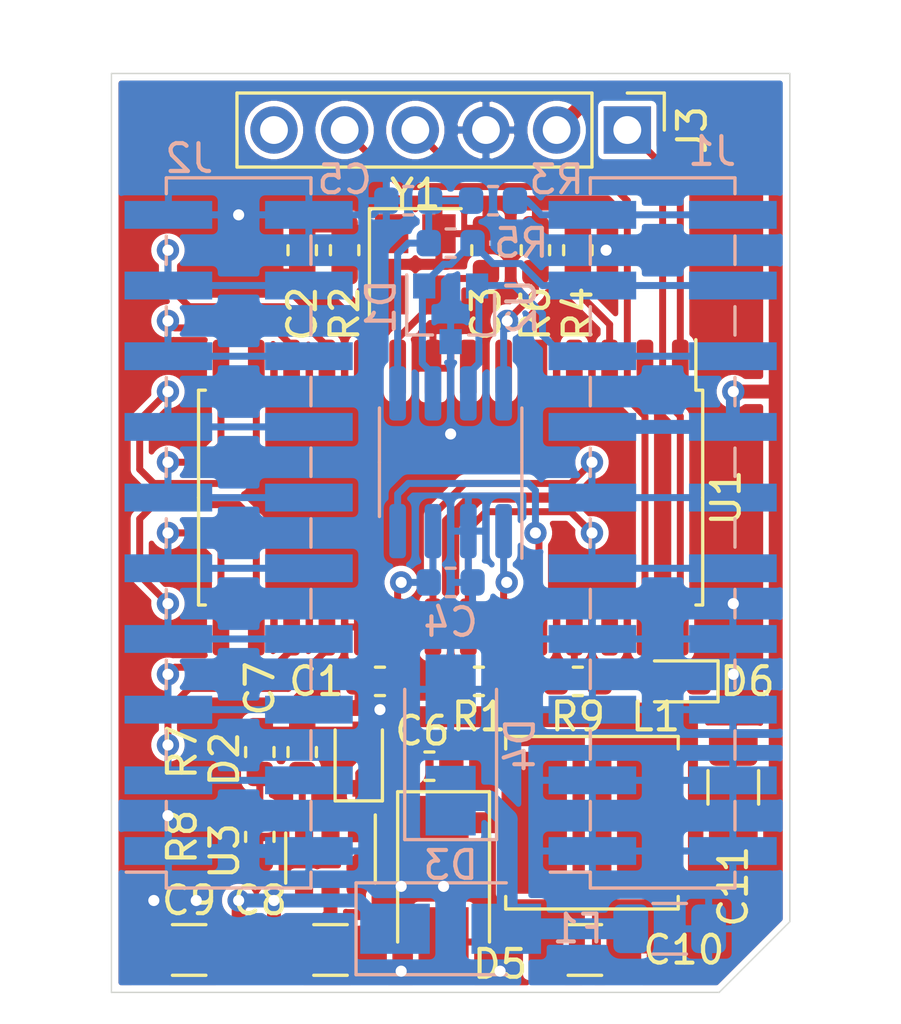
<source format=kicad_pcb>
(kicad_pcb (version 20171130) (host pcbnew "(5.1.5)-3")
  (layers (0 F.Cu signal) (1 In1.Cu power) (2 In2.Cu power) (31 B.Cu signal) (34 B.Paste user) (35 F.Paste user) (36 B.SilkS user) (37 F.SilkS user) (38 B.Mask user) (39 F.Mask user) (44 Edge.Cuts user))
  (net 0 "")
  (net 1 +5V)
  (net 2 GND)
  (net 3 "Net-(C2-Pad1)")
  (net 4 "Net-(C3-Pad1)")
  (net 5 "Net-(C5-Pad1)")
  (net 6 "Net-(C6-Pad2)")
  (net 7 "Net-(C6-Pad1)")
  (net 8 "Net-(C7-Pad2)")
  (net 9 "Net-(C8-Pad1)")
  (net 10 /CANH)
  (net 11 /CANL)
  (net 12 "Net-(D3-Pad2)")
  (net 13 +12V)
  (net 14 /CANH_TERM)
  (net 15 /UARTRX)
  (net 16 /UARTTX)
  (net 17 /C0)
  (net 18 /C1)
  (net 19 /C2)
  (net 20 /C3)
  (net 21 /C4)
  (net 22 /C5)
  (net 23 /C6)
  (net 24 /C7)
  (net 25 /~MCLR)
  (net 26 /ICSPDAT)
  (net 27 /ICSPCLK)
  (net 28 "Net-(J3-Pad6)")
  (net 29 /CANRX)
  (net 30 "Net-(R2-Pad2)")
  (net 31 "Net-(R4-Pad2)")
  (net 32 /CANSTB)
  (net 33 "Net-(U1-Pad2)")
  (net 34 "Net-(U1-Pad4)")
  (net 35 "Net-(U1-Pad5)")
  (net 36 "Net-(U1-Pad6)")
  (net 37 "Net-(U1-Pad7)")
  (net 38 /CANTX)
  (net 39 "Net-(U1-Pad26)")
  (net 40 "Net-(U3-Pad4)")
  (net 41 "Net-(D6-Pad2)")
  (net 42 /LED)
  (module Resistor_SMD:R_0603_1608Metric (layer F.Cu) (at 37.592 81.28)
    (fp_text reference R9 (at 0 1.27) (layer F.SilkS))
    (fp_text value 300)
    (pad 2 smd roundrect (at 0.7875 0) (size 0.875 0.95) (layers F.Cu F.Paste F.Mask) (net 41 "Net-(D6-Pad2)"))
    (pad 1 smd roundrect (at -0.7875 0) (size 0.875 0.95) (layers F.Cu F.Paste F.Mask) (net 42 /LED))
  )
  (module LED_SMD:LED_0603_1608Metric (layer F.Cu) (at 41.148 81.28 180)
    (fp_text reference D6 (at -2.54 0) (layer F.SilkS))
    (fp_text value LED)
    (pad 2 smd roundrect (at 0.7875 0 180) (size 0.875 0.95) (layers F.Cu F.Paste F.Mask) (net 41 "Net-(D6-Pad2)"))
    (pad 1 smd roundrect (at -0.7875 0 180) (size 0.875 0.95) (layers F.Cu F.Paste F.Mask) (net 2 GND))
  )
  (module Capacitor_SMD:C_0603_1608Metric (layer F.Cu) (at 30.48 81.28 180)
    (fp_text reference C1 (at 2.286 0) (layer F.SilkS))
    (fp_text value 0.1u)
    (pad 1 smd roundrect (at -0.7875 0 180) (size 0.875 0.95) (layers F.Cu F.Paste F.Mask) (net 1 +5V))
    (pad 2 smd roundrect (at 0.7875 0 180) (size 0.875 0.95) (layers F.Cu F.Paste F.Mask) (net 2 GND))
  )
  (module Capacitor_SMD:C_0603_1608Metric (layer F.Cu) (at 27.686 65.786 270)
    (fp_text reference C2 (at 2.286 0 90) (layer F.SilkS))
    (fp_text value 20p)
    (pad 2 smd roundrect (at 0.7875 0 270) (size 0.875 0.95) (layers F.Cu F.Paste F.Mask) (net 2 GND))
    (pad 1 smd roundrect (at -0.7875 0 270) (size 0.875 0.95) (layers F.Cu F.Paste F.Mask) (net 3 "Net-(C2-Pad1)"))
  )
  (module Capacitor_SMD:C_0603_1608Metric (layer F.Cu) (at 34.29 65.786 90)
    (fp_text reference C3 (at -2.286 0 90) (layer F.SilkS))
    (fp_text value 20p)
    (pad 1 smd roundrect (at -0.7875 0 90) (size 0.875 0.95) (layers F.Cu F.Paste F.Mask) (net 4 "Net-(C3-Pad1)"))
    (pad 2 smd roundrect (at 0.7875 0 90) (size 0.875 0.95) (layers F.Cu F.Paste F.Mask) (net 2 GND))
  )
  (module Capacitor_SMD:C_0603_1608Metric (layer B.Cu) (at 33.02 77.724)
    (fp_text reference C4 (at 0 1.43) (layer B.SilkS) (effects (justify mirror)))
    (fp_text value 0.1u)
    (pad 1 smd roundrect (at -0.7875 0) (size 0.875 0.95) (layers B.Cu B.Paste B.Mask) (net 1 +5V))
    (pad 2 smd roundrect (at 0.7875 0) (size 0.875 0.95) (layers B.Cu B.Paste B.Mask) (net 2 GND))
  )
  (module Capacitor_SMD:C_0603_1608Metric (layer B.Cu) (at 31.496 64.008 180)
    (fp_text reference C5 (at 2.286 0.762) (layer B.SilkS) (effects (justify mirror)))
    (fp_text value 0.1u)
    (pad 2 smd roundrect (at 0.7875 0 180) (size 0.875 0.95) (layers B.Cu B.Paste B.Mask) (net 2 GND))
    (pad 1 smd roundrect (at -0.7875 0 180) (size 0.875 0.95) (layers B.Cu B.Paste B.Mask) (net 5 "Net-(C5-Pad1)"))
  )
  (module Capacitor_SMD:C_0603_1608Metric (layer F.Cu) (at 32.258 84.328)
    (fp_text reference C6 (at -0.254 -1.27) (layer F.SilkS))
    (fp_text value 0.1u)
    (pad 2 smd roundrect (at 0.7875 0) (size 0.875 0.95) (layers F.Cu F.Paste F.Mask) (net 6 "Net-(C6-Pad2)"))
    (pad 1 smd roundrect (at -0.7875 0) (size 0.875 0.95) (layers F.Cu F.Paste F.Mask) (net 7 "Net-(C6-Pad1)"))
  )
  (module Capacitor_SMD:C_0603_1608Metric (layer F.Cu) (at 26.162 83.82 270)
    (fp_text reference C7 (at -2.286 0 90) (layer F.SilkS))
    (fp_text value 20p)
    (pad 1 smd roundrect (at -0.7875 0 270) (size 0.875 0.95) (layers F.Cu F.Paste F.Mask) (net 1 +5V))
    (pad 2 smd roundrect (at 0.7875 0 270) (size 0.875 0.95) (layers F.Cu F.Paste F.Mask) (net 8 "Net-(C7-Pad2)"))
  )
  (module Capacitor_SMD:C_1206_3216Metric (layer F.Cu) (at 28.702 90.932)
    (fp_text reference C8 (at -2.54 -1.778) (layer F.SilkS))
    (fp_text value 10u)
    (pad 2 smd roundrect (at 1.4 0) (size 1.25 1.75) (layers F.Cu F.Paste F.Mask) (roundrect_rratio 0.2) (net 2 GND))
    (pad 1 smd roundrect (at -1.4 0) (size 1.25 1.75) (layers F.Cu F.Paste F.Mask) (roundrect_rratio 0.2) (net 9 "Net-(C8-Pad1)"))
  )
  (module Capacitor_SMD:C_1206_3216Metric (layer F.Cu) (at 23.622 90.932 180)
    (fp_text reference C9 (at 0 1.778) (layer F.SilkS))
    (fp_text value 10u)
    (pad 1 smd roundrect (at -1.4 0 180) (size 1.25 1.75) (layers F.Cu F.Paste F.Mask) (roundrect_rratio 0.2) (net 9 "Net-(C8-Pad1)"))
    (pad 2 smd roundrect (at 1.4 0 180) (size 1.25 1.75) (layers F.Cu F.Paste F.Mask) (roundrect_rratio 0.2) (net 2 GND))
  )
  (module Capacitor_SMD:C_1206_3216Metric (layer F.Cu) (at 37.846 90.932 180)
    (fp_text reference C10 (at -3.556 0) (layer F.SilkS))
    (fp_text value 10u)
    (pad 2 smd roundrect (at 1.4 0 180) (size 1.25 1.75) (layers F.Cu F.Paste F.Mask) (roundrect_rratio 0.2) (net 2 GND))
    (pad 1 smd roundrect (at -1.4 0 180) (size 1.25 1.75) (layers F.Cu F.Paste F.Mask) (roundrect_rratio 0.2) (net 1 +5V))
  )
  (module Capacitor_SMD:C_1206_3216Metric (layer F.Cu) (at 43.18 85.09 90)
    (fp_text reference C11 (at -3.556 0 90) (layer F.SilkS))
    (fp_text value 10u)
    (pad 1 smd roundrect (at -1.4 0 90) (size 1.25 1.75) (layers F.Cu F.Paste F.Mask) (roundrect_rratio 0.2) (net 1 +5V))
    (pad 2 smd roundrect (at 1.4 0 90) (size 1.25 1.75) (layers F.Cu F.Paste F.Mask) (roundrect_rratio 0.2) (net 2 GND))
  )
  (module Diode_SMD:D_SOD-323 (layer F.Cu) (at 29.718 84.074 90)
    (fp_text reference D2 (at 0 -4.826 90) (layer F.SilkS))
    (fp_text value 1N4148WS)
    (pad 1 smd rect (at -1.05 0 90) (size 0.6 0.45) (layers F.Cu F.Paste F.Mask) (net 7 "Net-(C6-Pad1)"))
    (pad 2 smd rect (at 1.05 0 90) (size 0.6 0.45) (layers F.Cu F.Paste F.Mask) (net 1 +5V))
  )
  (module Diode_SMD:D_SMA (layer B.Cu) (at 33.02 90.17)
    (fp_text reference D3 (at 0 -2.286) (layer B.SilkS) (effects (justify mirror)))
    (fp_text value D_Schottky)
    (pad 2 smd rect (at 2 0) (size 2.5 1.8) (layers B.Cu B.Paste B.Mask) (net 12 "Net-(D3-Pad2)"))
    (pad 1 smd rect (at -2 0) (size 2.5 1.8) (layers B.Cu B.Paste B.Mask) (net 9 "Net-(C8-Pad1)"))
  )
  (module Diode_SMD:D_SMA (layer B.Cu) (at 33.02 83.566 90)
    (fp_text reference D4 (at 0 2.5 90) (layer B.SilkS) (effects (justify mirror)))
    (fp_text value D_Zener)
    (pad 1 smd rect (at -2 0 90) (size 2.5 1.8) (layers B.Cu B.Paste B.Mask) (net 12 "Net-(D3-Pad2)"))
    (pad 2 smd rect (at 2 0 90) (size 2.5 1.8) (layers B.Cu B.Paste B.Mask) (net 2 GND))
  )
  (module Diode_SMD:D_SMA (layer F.Cu) (at 32.766 88.646 270)
    (fp_text reference D5 (at 2.794 -2.032 180) (layer F.SilkS))
    (fp_text value D_Schottky)
    (pad 1 smd rect (at -2 0 270) (size 2.5 1.8) (layers F.Cu F.Paste F.Mask) (net 6 "Net-(C6-Pad2)"))
    (pad 2 smd rect (at 2 0 270) (size 2.5 1.8) (layers F.Cu F.Paste F.Mask) (net 2 GND))
  )
  (module Fuse:Fuse_1206_3216Metric (layer B.Cu) (at 40.894 90.17 180)
    (fp_text reference F1 (at 3.302 0) (layer B.SilkS) (effects (justify mirror)))
    (fp_text value Polyfuse)
    (pad 1 smd roundrect (at -1.4 0 180) (size 1.25 1.75) (layers B.Cu B.Paste B.Mask) (roundrect_rratio 0.2) (net 13 +12V))
    (pad 2 smd roundrect (at 1.4 0 180) (size 1.25 1.75) (layers B.Cu B.Paste B.Mask) (roundrect_rratio 0.2) (net 12 "Net-(D3-Pad2)"))
  )
  (module Connector_PinHeader_2.54mm:PinHeader_2x10_P2.54mm_Vertical_SMD (layer B.Cu) (at 40.64 75.946)
    (fp_text reference J1 (at 1.778 -13.716) (layer B.SilkS) (effects (justify mirror)))
    (fp_text value Conn_02x10_Odd_Even)
    (pad 20 smd rect (at 2.525 -11.43) (size 3.15 1) (layers B.Cu B.Paste B.Mask) (net 14 /CANH_TERM))
    (pad 19 smd rect (at -2.525 -11.43) (size 3.15 1) (layers B.Cu B.Paste B.Mask) (net 14 /CANH_TERM))
    (pad 18 smd rect (at 2.525 -8.89) (size 3.15 1) (layers B.Cu B.Paste B.Mask) (net 11 /CANL))
    (pad 17 smd rect (at -2.525 -8.89) (size 3.15 1) (layers B.Cu B.Paste B.Mask) (net 11 /CANL))
    (pad 16 smd rect (at 2.525 -6.35) (size 3.15 1) (layers B.Cu B.Paste B.Mask) (net 10 /CANH))
    (pad 15 smd rect (at -2.525 -6.35) (size 3.15 1) (layers B.Cu B.Paste B.Mask) (net 10 /CANH))
    (pad 14 smd rect (at 2.525 -3.81) (size 3.15 1) (layers B.Cu B.Paste B.Mask) (net 1 +5V))
    (pad 13 smd rect (at -2.525 -3.81) (size 3.15 1) (layers B.Cu B.Paste B.Mask) (net 1 +5V))
    (pad 12 smd rect (at 2.525 -1.27) (size 3.15 1) (layers B.Cu B.Paste B.Mask) (net 16 /UARTTX))
    (pad 11 smd rect (at -2.525 -1.27) (size 3.15 1) (layers B.Cu B.Paste B.Mask) (net 16 /UARTTX))
    (pad 10 smd rect (at 2.525 1.27) (size 3.15 1) (layers B.Cu B.Paste B.Mask) (net 15 /UARTRX))
    (pad 9 smd rect (at -2.525 1.27) (size 3.15 1) (layers B.Cu B.Paste B.Mask) (net 15 /UARTRX))
    (pad 8 smd rect (at 2.525 3.81) (size 3.15 1) (layers B.Cu B.Paste B.Mask) (net 2 GND))
    (pad 7 smd rect (at -2.525 3.81) (size 3.15 1) (layers B.Cu B.Paste B.Mask) (net 2 GND))
    (pad 6 smd rect (at 2.525 6.35) (size 3.15 1) (layers B.Cu B.Paste B.Mask) (net 2 GND))
    (pad 5 smd rect (at -2.525 6.35) (size 3.15 1) (layers B.Cu B.Paste B.Mask) (net 2 GND))
    (pad 4 smd rect (at 2.525 8.89) (size 3.15 1) (layers B.Cu B.Paste B.Mask) (net 13 +12V))
    (pad 3 smd rect (at -2.525 8.89) (size 3.15 1) (layers B.Cu B.Paste B.Mask) (net 13 +12V))
    (pad 2 smd rect (at 2.525 11.43) (size 3.15 1) (layers B.Cu B.Paste B.Mask) (net 13 +12V))
    (pad 1 smd rect (at -2.525 11.43) (size 3.15 1) (layers B.Cu B.Paste B.Mask) (net 13 +12V))
  )
  (module Connector_PinHeader_2.54mm:PinHeader_2x10_P2.54mm_Vertical_SMD (layer B.Cu) (at 25.4 75.946)
    (fp_text reference J2 (at -1.778 -13.462) (layer B.SilkS) (effects (justify mirror)))
    (fp_text value Conn_02x10_Odd_Even)
    (pad 1 smd rect (at -2.525 11.43) (size 3.15 1) (layers B.Cu B.Paste B.Mask) (net 2 GND))
    (pad 2 smd rect (at 2.525 11.43) (size 3.15 1) (layers B.Cu B.Paste B.Mask) (net 2 GND))
    (pad 3 smd rect (at -2.525 8.89) (size 3.15 1) (layers B.Cu B.Paste B.Mask) (net 24 /C7))
    (pad 4 smd rect (at 2.525 8.89) (size 3.15 1) (layers B.Cu B.Paste B.Mask) (net 24 /C7))
    (pad 5 smd rect (at -2.525 6.35) (size 3.15 1) (layers B.Cu B.Paste B.Mask) (net 23 /C6))
    (pad 6 smd rect (at 2.525 6.35) (size 3.15 1) (layers B.Cu B.Paste B.Mask) (net 23 /C6))
    (pad 7 smd rect (at -2.525 3.81) (size 3.15 1) (layers B.Cu B.Paste B.Mask) (net 22 /C5))
    (pad 8 smd rect (at 2.525 3.81) (size 3.15 1) (layers B.Cu B.Paste B.Mask) (net 22 /C5))
    (pad 9 smd rect (at -2.525 1.27) (size 3.15 1) (layers B.Cu B.Paste B.Mask) (net 21 /C4))
    (pad 10 smd rect (at 2.525 1.27) (size 3.15 1) (layers B.Cu B.Paste B.Mask) (net 21 /C4))
    (pad 11 smd rect (at -2.525 -1.27) (size 3.15 1) (layers B.Cu B.Paste B.Mask) (net 20 /C3))
    (pad 12 smd rect (at 2.525 -1.27) (size 3.15 1) (layers B.Cu B.Paste B.Mask) (net 20 /C3))
    (pad 13 smd rect (at -2.525 -3.81) (size 3.15 1) (layers B.Cu B.Paste B.Mask) (net 19 /C2))
    (pad 14 smd rect (at 2.525 -3.81) (size 3.15 1) (layers B.Cu B.Paste B.Mask) (net 19 /C2))
    (pad 15 smd rect (at -2.525 -6.35) (size 3.15 1) (layers B.Cu B.Paste B.Mask) (net 18 /C1))
    (pad 16 smd rect (at 2.525 -6.35) (size 3.15 1) (layers B.Cu B.Paste B.Mask) (net 18 /C1))
    (pad 17 smd rect (at -2.525 -8.89) (size 3.15 1) (layers B.Cu B.Paste B.Mask) (net 17 /C0))
    (pad 18 smd rect (at 2.525 -8.89) (size 3.15 1) (layers B.Cu B.Paste B.Mask) (net 17 /C0))
    (pad 19 smd rect (at -2.525 -11.43) (size 3.15 1) (layers B.Cu B.Paste B.Mask) (net 2 GND))
    (pad 20 smd rect (at 2.525 -11.43) (size 3.15 1) (layers B.Cu B.Paste B.Mask) (net 2 GND))
  )
  (module Connector_PinHeader_2.54mm:PinHeader_1x06_P2.54mm_Vertical (layer F.Cu) (at 39.37 61.468 270)
    (fp_text reference J3 (at 0 -2.33 90) (layer F.SilkS))
    (fp_text value Conn_01x06)
    (pad 1 thru_hole rect (at 0 0 270) (size 1.7 1.7) (drill 1) (layers *.Cu *.Mask) (net 25 /~MCLR))
    (pad 2 thru_hole oval (at 0 2.54 270) (size 1.7 1.7) (drill 1) (layers *.Cu *.Mask) (net 1 +5V))
    (pad 3 thru_hole oval (at 0 5.08 270) (size 1.7 1.7) (drill 1) (layers *.Cu *.Mask) (net 2 GND))
    (pad 4 thru_hole oval (at 0 7.62 270) (size 1.7 1.7) (drill 1) (layers *.Cu *.Mask) (net 26 /ICSPDAT))
    (pad 5 thru_hole oval (at 0 10.16 270) (size 1.7 1.7) (drill 1) (layers *.Cu *.Mask) (net 27 /ICSPCLK))
    (pad 6 thru_hole oval (at 0 12.7 270) (size 1.7 1.7) (drill 1) (layers *.Cu *.Mask) (net 28 "Net-(J3-Pad6)"))
  )
  (module Inductor_SMD:L_Bourns_SRN6045TA (layer F.Cu) (at 38.1 86.36 180)
    (fp_text reference L1 (at -2.286 3.81) (layer F.SilkS))
    (fp_text value 15u)
    (pad 1 smd rect (at -2.075 0 180) (size 2.35 5.1) (layers F.Cu F.Paste F.Mask) (net 1 +5V))
    (pad 2 smd rect (at 2.075 0 180) (size 2.35 5.1) (layers F.Cu F.Paste F.Mask) (net 6 "Net-(C6-Pad2)"))
  )
  (module Resistor_SMD:R_0603_1608Metric (layer F.Cu) (at 34.036 81.28)
    (fp_text reference R1 (at 0 1.27 180) (layer F.SilkS))
    (fp_text value 47k)
    (pad 1 smd roundrect (at -0.7875 0) (size 0.875 0.95) (layers F.Cu F.Paste F.Mask) (net 1 +5V))
    (pad 2 smd roundrect (at 0.7875 0) (size 0.875 0.95) (layers F.Cu F.Paste F.Mask) (net 29 /CANRX))
  )
  (module Resistor_SMD:R_0603_1608Metric (layer F.Cu) (at 29.21 65.786 270)
    (fp_text reference R2 (at 2.286 0 90) (layer F.SilkS))
    (fp_text value 0)
    (pad 2 smd roundrect (at 0.7875 0 270) (size 0.875 0.95) (layers F.Cu F.Paste F.Mask) (net 30 "Net-(R2-Pad2)"))
    (pad 1 smd roundrect (at -0.7875 0 270) (size 0.875 0.95) (layers F.Cu F.Paste F.Mask) (net 3 "Net-(C2-Pad1)"))
  )
  (module Resistor_SMD:R_0603_1608Metric (layer B.Cu) (at 34.544 64.008 180)
    (fp_text reference R3 (at -2.286 0.762) (layer B.SilkS) (effects (justify mirror)))
    (fp_text value 60)
    (pad 2 smd roundrect (at 0.7875 0 180) (size 0.875 0.95) (layers B.Cu B.Paste B.Mask) (net 5 "Net-(C5-Pad1)"))
    (pad 1 smd roundrect (at -0.7875 0 180) (size 0.875 0.95) (layers B.Cu B.Paste B.Mask) (net 14 /CANH_TERM))
  )
  (module Resistor_SMD:R_0603_1608Metric (layer F.Cu) (at 37.592 65.786 90)
    (fp_text reference R4 (at -2.286 0 90) (layer F.SilkS))
    (fp_text value 0)
    (pad 2 smd roundrect (at 0.7875 0 90) (size 0.875 0.95) (layers F.Cu F.Paste F.Mask) (net 31 "Net-(R4-Pad2)"))
    (pad 1 smd roundrect (at -0.7875 0 90) (size 0.875 0.95) (layers F.Cu F.Paste F.Mask) (net 32 /CANSTB))
  )
  (module Resistor_SMD:R_0603_1608Metric (layer B.Cu) (at 33.02 65.532)
    (fp_text reference R5 (at 2.54 0) (layer B.SilkS) (effects (justify mirror)))
    (fp_text value 60)
    (pad 2 smd roundrect (at 0.7875 0) (size 0.875 0.95) (layers B.Cu B.Paste B.Mask) (net 11 /CANL))
    (pad 1 smd roundrect (at -0.7875 0) (size 0.875 0.95) (layers B.Cu B.Paste B.Mask) (net 5 "Net-(C5-Pad1)"))
  )
  (module Resistor_SMD:R_0603_1608Metric (layer F.Cu) (at 36.068 65.786 90)
    (fp_text reference R6 (at -2.286 0 90) (layer F.SilkS))
    (fp_text value 47k)
    (pad 1 smd roundrect (at -0.7875 0 90) (size 0.875 0.95) (layers F.Cu F.Paste F.Mask) (net 31 "Net-(R4-Pad2)"))
    (pad 2 smd roundrect (at 0.7875 0 90) (size 0.875 0.95) (layers F.Cu F.Paste F.Mask) (net 2 GND))
  )
  (module Resistor_SMD:R_0603_1608Metric (layer F.Cu) (at 27.686 83.82 270)
    (fp_text reference R7 (at 0 4.318 90) (layer F.SilkS))
    (fp_text value 52.3k)
    (pad 1 smd roundrect (at -0.7875 0 270) (size 0.875 0.95) (layers F.Cu F.Paste F.Mask) (net 1 +5V))
    (pad 2 smd roundrect (at 0.7875 0 270) (size 0.875 0.95) (layers F.Cu F.Paste F.Mask) (net 8 "Net-(C7-Pad2)"))
  )
  (module Resistor_SMD:R_0603_1608Metric (layer F.Cu) (at 26.162 86.868 270)
    (fp_text reference R8 (at 0 2.794 90) (layer F.SilkS))
    (fp_text value 10k)
    (pad 1 smd roundrect (at -0.7875 0 270) (size 0.875 0.95) (layers F.Cu F.Paste F.Mask) (net 8 "Net-(C7-Pad2)"))
    (pad 2 smd roundrect (at 0.7875 0 270) (size 0.875 0.95) (layers F.Cu F.Paste F.Mask) (net 2 GND))
  )
  (module Package_SO:SOIC-28W_7.5x17.9mm_P1.27mm (layer F.Cu) (at 33.02 74.676 270)
    (fp_text reference U1 (at 0 -9.9 90) (layer F.SilkS))
    (fp_text value PIC18F25K83-xSO)
    (pad 1 smd roundrect (at -4.65 -8.255 270) (size 2.05 0.6) (layers F.Cu F.Paste F.Mask) (net 25 /~MCLR))
    (pad 2 smd roundrect (at -4.65 -6.985 270) (size 2.05 0.6) (layers F.Cu F.Paste F.Mask) (net 33 "Net-(U1-Pad2)"))
    (pad 3 smd roundrect (at -4.65 -5.715 270) (size 2.05 0.6) (layers F.Cu F.Paste F.Mask) (net 32 /CANSTB))
    (pad 4 smd roundrect (at -4.65 -4.445 270) (size 2.05 0.6) (layers F.Cu F.Paste F.Mask) (net 34 "Net-(U1-Pad4)"))
    (pad 5 smd roundrect (at -4.65 -3.175 270) (size 2.05 0.6) (layers F.Cu F.Paste F.Mask) (net 35 "Net-(U1-Pad5)"))
    (pad 6 smd roundrect (at -4.65 -1.905 270) (size 2.05 0.6) (layers F.Cu F.Paste F.Mask) (net 36 "Net-(U1-Pad6)"))
    (pad 7 smd roundrect (at -4.65 -0.635 270) (size 2.05 0.6) (layers F.Cu F.Paste F.Mask) (net 37 "Net-(U1-Pad7)"))
    (pad 8 smd roundrect (at -4.65 0.635 270) (size 2.05 0.6) (layers F.Cu F.Paste F.Mask) (net 2 GND))
    (pad 9 smd roundrect (at -4.65 1.905 270) (size 2.05 0.6) (layers F.Cu F.Paste F.Mask) (net 4 "Net-(C3-Pad1)"))
    (pad 10 smd roundrect (at -4.65 3.175 270) (size 2.05 0.6) (layers F.Cu F.Paste F.Mask) (net 30 "Net-(R2-Pad2)"))
    (pad 11 smd roundrect (at -4.65 4.445 270) (size 2.05 0.6) (layers F.Cu F.Paste F.Mask) (net 17 /C0))
    (pad 12 smd roundrect (at -4.65 5.715 270) (size 2.05 0.6) (layers F.Cu F.Paste F.Mask) (net 18 /C1))
    (pad 13 smd roundrect (at -4.65 6.985 270) (size 2.05 0.6) (layers F.Cu F.Paste F.Mask) (net 19 /C2))
    (pad 14 smd roundrect (at -4.65 8.255 270) (size 2.05 0.6) (layers F.Cu F.Paste F.Mask) (net 20 /C3))
    (pad 15 smd roundrect (at 4.65 8.255 270) (size 2.05 0.6) (layers F.Cu F.Paste F.Mask) (net 21 /C4))
    (pad 16 smd roundrect (at 4.65 6.985 270) (size 2.05 0.6) (layers F.Cu F.Paste F.Mask) (net 22 /C5))
    (pad 17 smd roundrect (at 4.65 5.715 270) (size 2.05 0.6) (layers F.Cu F.Paste F.Mask) (net 23 /C6))
    (pad 18 smd roundrect (at 4.65 4.445 270) (size 2.05 0.6) (layers F.Cu F.Paste F.Mask) (net 24 /C7))
    (pad 19 smd roundrect (at 4.65 3.175 270) (size 2.05 0.6) (layers F.Cu F.Paste F.Mask) (net 2 GND))
    (pad 20 smd roundrect (at 4.65 1.905 270) (size 2.05 0.6) (layers F.Cu F.Paste F.Mask) (net 1 +5V))
    (pad 21 smd roundrect (at 4.65 0.635 270) (size 2.05 0.6) (layers F.Cu F.Paste F.Mask) (net 16 /UARTTX))
    (pad 22 smd roundrect (at 4.65 -0.635 270) (size 2.05 0.6) (layers F.Cu F.Paste F.Mask) (net 15 /UARTRX))
    (pad 23 smd roundrect (at 4.65 -1.905 270) (size 2.05 0.6) (layers F.Cu F.Paste F.Mask) (net 38 /CANTX))
    (pad 24 smd roundrect (at 4.65 -3.175 270) (size 2.05 0.6) (layers F.Cu F.Paste F.Mask) (net 29 /CANRX))
    (pad 25 smd roundrect (at 4.65 -4.445 270) (size 2.05 0.6) (layers F.Cu F.Paste F.Mask) (net 42 /LED))
    (pad 26 smd roundrect (at 4.65 -5.715 270) (size 2.05 0.6) (layers F.Cu F.Paste F.Mask) (net 39 "Net-(U1-Pad26)"))
    (pad 27 smd roundrect (at 4.65 -6.985 270) (size 2.05 0.6) (layers F.Cu F.Paste F.Mask) (net 27 /ICSPCLK))
    (pad 28 smd roundrect (at 4.65 -8.255 270) (size 2.05 0.6) (layers F.Cu F.Paste F.Mask) (net 26 /ICSPDAT))
  )
  (module Package_SO:SOIC-8_3.9x4.9mm_P1.27mm (layer B.Cu) (at 33.02 73.406 90)
    (fp_text reference U2 (at 5.588 2.54 90) (layer B.SilkS) (effects (justify mirror)))
    (fp_text value MCP2551-I-SN)
    (pad 1 smd roundrect (at -2.475 1.905 90) (size 1.95 0.6) (layers B.Cu B.Paste B.Mask) (net 38 /CANTX))
    (pad 2 smd roundrect (at -2.475 0.635 90) (size 1.95 0.6) (layers B.Cu B.Paste B.Mask) (net 2 GND))
    (pad 3 smd roundrect (at -2.475 -0.635 90) (size 1.95 0.6) (layers B.Cu B.Paste B.Mask) (net 1 +5V))
    (pad 4 smd roundrect (at -2.475 -1.905 90) (size 1.95 0.6) (layers B.Cu B.Paste B.Mask) (net 29 /CANRX))
    (pad 5 smd roundrect (at 2.475 -1.905 90) (size 1.95 0.6) (layers B.Cu B.Paste B.Mask) (net 5 "Net-(C5-Pad1)"))
    (pad 6 smd roundrect (at 2.475 -0.635 90) (size 1.95 0.6) (layers B.Cu B.Paste B.Mask) (net 11 /CANL))
    (pad 7 smd roundrect (at 2.475 0.635 90) (size 1.95 0.6) (layers B.Cu B.Paste B.Mask) (net 10 /CANH))
    (pad 8 smd roundrect (at 2.475 1.905 90) (size 1.95 0.6) (layers B.Cu B.Paste B.Mask) (net 31 "Net-(R4-Pad2)"))
  )
  (module Package_TO_SOT_SMD:SOT-23-6 (layer F.Cu) (at 28.702 87.63 270)
    (fp_text reference U3 (at -0.254 3.81 90) (layer F.SilkS))
    (fp_text value MCP16331CH)
    (pad 1 smd rect (at -1.1 -0.95 270) (size 1.06 0.65) (layers F.Cu F.Paste F.Mask) (net 7 "Net-(C6-Pad1)"))
    (pad 2 smd rect (at -1.1 0 270) (size 1.06 0.65) (layers F.Cu F.Paste F.Mask) (net 2 GND))
    (pad 3 smd rect (at -1.1 0.95 270) (size 1.06 0.65) (layers F.Cu F.Paste F.Mask) (net 8 "Net-(C7-Pad2)"))
    (pad 4 smd rect (at 1.1 0.95 270) (size 1.06 0.65) (layers F.Cu F.Paste F.Mask) (net 40 "Net-(U3-Pad4)"))
    (pad 6 smd rect (at 1.1 -0.95 270) (size 1.06 0.65) (layers F.Cu F.Paste F.Mask) (net 6 "Net-(C6-Pad2)"))
    (pad 5 smd rect (at 1.1 0 270) (size 1.06 0.65) (layers F.Cu F.Paste F.Mask) (net 9 "Net-(C8-Pad1)"))
  )
  (module Package_TO_SOT_SMD:SOT-23 (layer B.Cu) (at 33.02 68.072 270)
    (fp_text reference D1 (at -0.254 2.5 90) (layer B.SilkS) (effects (justify mirror)))
    (fp_text value D_TVS_x2_AAC)
    (pad 1 smd rect (at -1 0.95 270) (size 0.9 0.8) (layers B.Cu B.Paste B.Mask) (net 11 /CANL))
    (pad 2 smd rect (at -1 -0.95 270) (size 0.9 0.8) (layers B.Cu B.Paste B.Mask) (net 10 /CANH))
    (pad 3 smd rect (at 1 0 270) (size 0.9 0.8) (layers B.Cu B.Paste B.Mask) (net 2 GND))
  )
  (module Crystal:Crystal_SMD_3225-4Pin_3.2x2.5mm (layer F.Cu) (at 31.75 66.294 270)
    (fp_text reference Y1 (at -2.54 0 180) (layer F.SilkS))
    (fp_text value Crystal_GND24)
    (pad 1 smd rect (at -1.1 0.85 270) (size 1.4 1.2) (layers F.Cu F.Paste F.Mask) (net 3 "Net-(C2-Pad1)"))
    (pad 2 smd rect (at 1.1 0.85 270) (size 1.4 1.2) (layers F.Cu F.Paste F.Mask) (net 2 GND))
    (pad 3 smd rect (at 1.1 -0.85 270) (size 1.4 1.2) (layers F.Cu F.Paste F.Mask) (net 4 "Net-(C3-Pad1)"))
    (pad 4 smd rect (at -1.1 -0.85 270) (size 1.4 1.2) (layers F.Cu F.Paste F.Mask) (net 2 GND))
  )
  (gr_text FJ (at 23.114 61.722) (layer F.Cu) (effects (font (size 1.5 1.5) (thickness 0.3))))
  (gr_line (start 42.672 92.456) (end 45.212 89.916) (layer Edge.Cuts) (width 0.05))
  (gr_line (start 42.672 92.456) (end 20.828 92.456) (layer Edge.Cuts) (width 0.05))
  (gr_line (start 45.212 59.436) (end 45.212 89.916) (layer Edge.Cuts) (width 0.05))
  (gr_line (start 20.828 59.436) (end 45.212 59.436) (layer Edge.Cuts) (width 0.05))
  (gr_line (start 20.828 92.456) (end 20.828 59.436) (layer Edge.Cuts) (width 0.05))
  (via (at 43.18 70.866) (size 0.8) (drill 0.4) (layers F.Cu B.Cu) (net 1))
  (segment (start 43.165 72.136) (end 38.115 72.136) (width 0.5) (layer B.Cu) (net 1))
  (via (at 31.242 77.724) (size 0.8) (drill 0.4) (layers F.Cu B.Cu) (net 1))
  (segment (start 31.115 79.326) (end 31.115 81.153) (width 0.25) (layer F.Cu) (net 1))
  (segment (start 31.115 81.153) (end 31.242 81.28) (width 0.25) (layer F.Cu) (net 1))
  (segment (start 43.165 70.881) (end 43.18 70.866) (width 0.25) (layer B.Cu) (net 1))
  (segment (start 43.165 72.136) (end 43.165 70.881) (width 0.5) (layer B.Cu) (net 1))
  (segment (start 32.385 75.881) (end 32.385 77.597) (width 0.25) (layer B.Cu) (net 1))
  (segment (start 32.258 77.724) (end 31.242 77.724) (width 0.25) (layer B.Cu) (net 1))
  (segment (start 32.385 77.597) (end 32.258 77.724) (width 0.25) (layer B.Cu) (net 1))
  (segment (start 31.115 77.851) (end 31.242 77.724) (width 0.25) (layer F.Cu) (net 1))
  (segment (start 31.115 79.326) (end 31.115 77.851) (width 0.25) (layer F.Cu) (net 1))
  (segment (start 44.704 70.866) (end 44.704 86.614) (width 0.5) (layer F.Cu) (net 1))
  (segment (start 43.18 70.866) (end 44.704 70.866) (width 0.5) (layer F.Cu) (net 1))
  (segment (start 36.83 61.468) (end 38.354 59.944) (width 0.5) (layer F.Cu) (net 1))
  (segment (start 38.354 59.944) (end 43.688 59.944) (width 0.5) (layer F.Cu) (net 1))
  (segment (start 43.688 59.944) (end 44.704 60.96) (width 0.5) (layer F.Cu) (net 1))
  (segment (start 44.704 60.96) (end 44.704 70.866) (width 0.5) (layer F.Cu) (net 1))
  (segment (start 26.162 83.0325) (end 26.162 83.058) (width 0.25) (layer F.Cu) (net 1))
  (segment (start 33.2485 82.5245) (end 33.274 82.55) (width 0.25) (layer F.Cu) (net 1))
  (segment (start 33.2485 81.28) (end 33.2485 82.5245) (width 0.25) (layer F.Cu) (net 1))
  (segment (start 33.274 82.55) (end 40.132 82.55) (width 0.75) (layer F.Cu) (net 1))
  (segment (start 30.937 83.058) (end 31.2675 82.7275) (width 0.25) (layer F.Cu) (net 1))
  (segment (start 31.2675 82.7275) (end 31.2675 81.28) (width 0.25) (layer F.Cu) (net 1))
  (segment (start 29.718 83.058) (end 30.937 83.058) (width 0.25) (layer F.Cu) (net 1))
  (segment (start 26.162 83.0325) (end 29.6925 83.0325) (width 0.25) (layer F.Cu) (net 1))
  (segment (start 29.6925 83.0325) (end 29.718 83.058) (width 0.25) (layer F.Cu) (net 1))
  (segment (start 31.496 82.55) (end 34.036 82.55) (width 0.75) (layer F.Cu) (net 1))
  (via (at 43.18 81.026) (size 0.8) (drill 0.4) (layers F.Cu B.Cu) (net 2))
  (via (at 22.352 89.154) (size 0.8) (drill 0.4) (layers F.Cu B.Cu) (net 2))
  (via (at 30.48 82.296) (size 0.8) (drill 0.4) (layers F.Cu B.Cu) (net 2))
  (via (at 22.86 86.106) (size 0.8) (drill 0.4) (layers F.Cu B.Cu) (net 2))
  (via (at 25.4 64.516) (size 0.8) (drill 0.4) (layers F.Cu B.Cu) (net 2))
  (via (at 33.02 72.39) (size 0.8) (drill 0.4) (layers F.Cu B.Cu) (net 2))
  (segment (start 33.02 69.072) (end 33.02 72.39) (width 0.25) (layer B.Cu) (net 2))
  (segment (start 22.875 87.376) (end 22.86 87.376) (width 0.25) (layer B.Cu) (net 2))
  (segment (start 22.86 87.376) (end 22.86 86.106) (width 0.25) (layer B.Cu) (net 2))
  (via (at 23.876 89.154) (size 0.8) (drill 0.4) (layers F.Cu B.Cu) (net 2))
  (segment (start 32.385 71.501) (end 32.385 70.026) (width 0.25) (layer F.Cu) (net 2))
  (segment (start 29.21 71.374) (end 29.464 71.628) (width 0.25) (layer F.Cu) (net 2))
  (segment (start 29.21 68.326) (end 29.21 71.374) (width 0.25) (layer F.Cu) (net 2))
  (segment (start 27.686 66.802) (end 29.21 68.326) (width 0.25) (layer F.Cu) (net 2))
  (segment (start 32.258 71.628) (end 32.385 71.501) (width 0.25) (layer F.Cu) (net 2))
  (segment (start 29.464 71.628) (end 32.258 71.628) (width 0.25) (layer F.Cu) (net 2))
  (segment (start 43.165 79.756) (end 43.18 79.756) (width 0.25) (layer B.Cu) (net 2))
  (segment (start 43.165 82.296) (end 43.18 82.296) (width 0.25) (layer B.Cu) (net 2))
  (segment (start 27.94 64.516) (end 22.875 64.516) (width 0.25) (layer B.Cu) (net 2))
  (segment (start 30.226 64.516) (end 27.94 64.516) (width 0.25) (layer B.Cu) (net 2))
  (segment (start 30.7085 64.008) (end 30.7085 64.0335) (width 0.25) (layer B.Cu) (net 2))
  (segment (start 30.7085 64.0335) (end 30.226 64.516) (width 0.25) (layer B.Cu) (net 2))
  (segment (start 34.29 62.670081) (end 34.29 61.468) (width 0.25) (layer B.Cu) (net 2))
  (segment (start 30.988 62.992) (end 33.968081 62.992) (width 0.25) (layer B.Cu) (net 2))
  (segment (start 33.968081 62.992) (end 34.29 62.670081) (width 0.25) (layer B.Cu) (net 2))
  (segment (start 30.7085 64.008) (end 30.7085 63.2715) (width 0.25) (layer B.Cu) (net 2))
  (segment (start 30.7085 63.2715) (end 30.988 62.992) (width 0.25) (layer B.Cu) (net 2))
  (segment (start 27.925 87.376) (end 25.4 87.376) (width 0.5) (layer B.Cu) (net 2))
  (segment (start 22.875 87.376) (end 25.4 87.376) (width 0.5) (layer B.Cu) (net 2))
  (segment (start 33.02 81.566) (end 33.02 81.534) (width 0.5) (layer B.Cu) (net 2))
  (segment (start 33.02 81.534) (end 33.528 81.026) (width 0.5) (layer B.Cu) (net 2))
  (via (at 43.18 78.486) (size 0.8) (drill 0.4) (layers F.Cu B.Cu) (net 2))
  (segment (start 33.655 75.881) (end 33.655 77.597) (width 0.25) (layer B.Cu) (net 2))
  (segment (start 33.782 77.724) (end 33.655 77.597) (width 0.25) (layer B.Cu) (net 2))
  (segment (start 33.8075 77.724) (end 33.782 77.724) (width 0.25) (layer B.Cu) (net 2))
  (via (at 34.798 91.694) (size 0.8) (drill 0.4) (layers F.Cu B.Cu) (net 2))
  (via (at 31.242 91.694) (size 0.8) (drill 0.4) (layers F.Cu B.Cu) (net 2))
  (segment (start 28.956 81.28) (end 28.702 81.026) (width 0.25) (layer F.Cu) (net 2))
  (segment (start 29.6925 81.28) (end 28.956 81.28) (width 0.25) (layer F.Cu) (net 2))
  (segment (start 29.845 79.326) (end 29.845 81.153) (width 0.25) (layer F.Cu) (net 2))
  (segment (start 29.845 81.153) (end 29.718 81.28) (width 0.25) (layer F.Cu) (net 2))
  (via (at 32.766 88.646) (size 0.8) (drill 0.4) (layers F.Cu B.Cu) (net 2))
  (via (at 31.242 88.646) (size 0.8) (drill 0.4) (layers F.Cu B.Cu) (net 2))
  (via (at 38.608 65.786) (size 0.8) (drill 0.4) (layers F.Cu B.Cu) (net 2))
  (segment (start 30.05 65.194) (end 30.9 65.194) (width 0.25) (layer F.Cu) (net 3))
  (segment (start 29.21 64.9985) (end 29.8545 64.9985) (width 0.25) (layer F.Cu) (net 3))
  (segment (start 29.8545 64.9985) (end 30.05 65.194) (width 0.25) (layer F.Cu) (net 3))
  (segment (start 27.686 64.9985) (end 27.686 65.024) (width 0.25) (layer F.Cu) (net 3))
  (segment (start 27.686 65.024) (end 29.21 65.024) (width 0.25) (layer F.Cu) (net 3))
  (segment (start 31.115 68.961) (end 31.115 70.026) (width 0.25) (layer F.Cu) (net 4))
  (segment (start 32.428 67.648) (end 31.115 68.961) (width 0.25) (layer F.Cu) (net 4))
  (segment (start 32.6 67.394) (end 32.6 67.222) (width 0.25) (layer F.Cu) (net 4))
  (segment (start 32.6 67.222) (end 33.02 66.802) (width 0.25) (layer F.Cu) (net 4))
  (segment (start 34.29 66.8275) (end 34.29 66.802) (width 0.25) (layer F.Cu) (net 4))
  (segment (start 34.29 66.802) (end 33.02 66.802) (width 0.25) (layer F.Cu) (net 4))
  (segment (start 32.2835 64.008) (end 33.02 64.008) (width 0.25) (layer B.Cu) (net 5))
  (segment (start 33.7565 64.008) (end 33.02 64.008) (width 0.25) (layer B.Cu) (net 5))
  (segment (start 32.2325 65.532) (end 32.2325 64.0335) (width 0.25) (layer B.Cu) (net 5))
  (segment (start 32.2325 65.532) (end 31.496 65.532) (width 0.25) (layer B.Cu) (net 5))
  (segment (start 31.496 65.532) (end 31.115 65.913) (width 0.25) (layer B.Cu) (net 5))
  (segment (start 31.115 70.931) (end 31.115 65.913) (width 0.25) (layer B.Cu) (net 5))
  (segment (start 36.025 86.36) (end 33.02 86.36) (width 0.75) (layer F.Cu) (net 6))
  (segment (start 33.02 86.36) (end 32.766 86.614) (width 0.75) (layer F.Cu) (net 6))
  (segment (start 33.0455 84.328) (end 33.0455 86.3345) (width 0.75) (layer F.Cu) (net 6))
  (segment (start 33.0455 86.3345) (end 32.766 86.614) (width 0.75) (layer F.Cu) (net 6))
  (segment (start 29.652 87.95) (end 29.966999 87.635001) (width 0.75) (layer F.Cu) (net 6))
  (segment (start 31.75 87.63) (end 32.766 86.614) (width 0.75) (layer F.Cu) (net 6))
  (segment (start 29.652 88.73) (end 29.652 87.95) (width 0.75) (layer F.Cu) (net 6))
  (segment (start 29.966999 87.635001) (end 30.437001 87.635001) (width 0.75) (layer F.Cu) (net 6))
  (segment (start 30.437001 87.635001) (end 30.442002 87.63) (width 0.75) (layer F.Cu) (net 6))
  (segment (start 30.442002 87.63) (end 31.75 87.63) (width 0.75) (layer F.Cu) (net 6))
  (segment (start 31.4705 84.328) (end 29.972 84.328) (width 0.25) (layer F.Cu) (net 7))
  (segment (start 29.972 84.328) (end 29.718 84.582) (width 0.25) (layer F.Cu) (net 7))
  (segment (start 29.718 84.582) (end 29.718 86.614) (width 0.25) (layer F.Cu) (net 7))
  (segment (start 26.162 84.6075) (end 26.162 85.045) (width 0.25) (layer F.Cu) (net 8))
  (segment (start 26.162 85.045) (end 26.162 86.106) (width 0.25) (layer F.Cu) (net 8))
  (segment (start 27.686 84.6075) (end 27.686 84.582) (width 0.25) (layer F.Cu) (net 8))
  (segment (start 27.686 84.582) (end 26.162 84.582) (width 0.25) (layer F.Cu) (net 8))
  (segment (start 27.686 84.6075) (end 27.686 86.36) (width 0.25) (layer F.Cu) (net 8))
  (via (at 26.67 89.154) (size 0.8) (drill 0.4) (layers F.Cu B.Cu) (net 9))
  (via (at 25.4 89.154) (size 0.8) (drill 0.4) (layers F.Cu B.Cu) (net 9))
  (segment (start 29.718 89.154) (end 25.654 89.154) (width 0.5) (layer B.Cu) (net 9))
  (segment (start 31.02 90.17) (end 30.734 90.17) (width 0.5) (layer B.Cu) (net 9))
  (segment (start 30.734 90.17) (end 29.718 89.154) (width 0.5) (layer B.Cu) (net 9))
  (segment (start 25.022 90.932) (end 25.647 90.932) (width 0.5) (layer F.Cu) (net 9))
  (segment (start 27.302 90.932) (end 25.647 90.932) (width 0.5) (layer F.Cu) (net 9))
  (segment (start 27.432 90.932) (end 27.178 90.932) (width 0.5) (layer F.Cu) (net 9))
  (segment (start 28.702 88.73) (end 28.702 89.662) (width 0.5) (layer F.Cu) (net 9))
  (segment (start 28.702 89.662) (end 27.432 90.932) (width 0.5) (layer F.Cu) (net 9))
  (segment (start 26.67 90.17) (end 26.67 89.154) (width 0.5) (layer F.Cu) (net 9))
  (segment (start 27.302 90.932) (end 27.302 90.802) (width 0.5) (layer F.Cu) (net 9))
  (segment (start 27.302 90.802) (end 26.67 90.17) (width 0.5) (layer F.Cu) (net 9))
  (segment (start 25.4 90.424) (end 25.4 89.154) (width 0.5) (layer F.Cu) (net 9))
  (segment (start 25.022 90.932) (end 25.022 90.802) (width 0.5) (layer F.Cu) (net 9))
  (segment (start 25.022 90.802) (end 25.4 90.424) (width 0.5) (layer F.Cu) (net 9))
  (segment (start 33.655 70.231) (end 34.036 69.85) (width 0.25) (layer B.Cu) (net 10))
  (segment (start 34.036 69.85) (end 34.036 67.056) (width 0.25) (layer B.Cu) (net 10))
  (segment (start 33.655 70.931) (end 33.655 70.231) (width 0.25) (layer B.Cu) (net 10))
  (segment (start 37.084 69.596) (end 43.18 69.596) (width 0.25) (layer B.Cu) (net 10))
  (segment (start 38.115 69.596) (end 37.084 69.596) (width 0.25) (layer B.Cu) (net 10))
  (segment (start 37.084 69.596) (end 36.322 68.834) (width 0.25) (layer B.Cu) (net 10))
  (segment (start 36.322 68.834) (end 36.322 68.072) (width 0.25) (layer B.Cu) (net 10))
  (segment (start 36.322 68.072) (end 35.306 67.056) (width 0.25) (layer B.Cu) (net 10))
  (segment (start 35.306 67.056) (end 34.052 67.056) (width 0.25) (layer B.Cu) (net 10))
  (segment (start 34.036 67.072) (end 33.97 67.072) (width 0.25) (layer B.Cu) (net 10))
  (segment (start 34.052 67.056) (end 34.036 67.072) (width 0.25) (layer B.Cu) (net 10))
  (segment (start 43.18 67.056) (end 38.1 67.056) (width 0.25) (layer B.Cu) (net 11))
  (segment (start 32.004 69.85) (end 32.004 67.056) (width 0.25) (layer B.Cu) (net 11))
  (segment (start 32.385 70.931) (end 32.385 70.231) (width 0.25) (layer B.Cu) (net 11))
  (segment (start 32.385 70.231) (end 32.004 69.85) (width 0.25) (layer B.Cu) (net 11))
  (segment (start 32.766 66.294) (end 32.07 66.99) (width 0.25) (layer B.Cu) (net 11))
  (segment (start 32.07 66.99) (end 32.07 67.072) (width 0.25) (layer B.Cu) (net 11))
  (segment (start 33.02 66.294) (end 32.766 66.294) (width 0.25) (layer B.Cu) (net 11))
  (segment (start 33.8075 65.532) (end 33.782 65.532) (width 0.25) (layer B.Cu) (net 11))
  (segment (start 33.782 65.532) (end 33.02 66.294) (width 0.25) (layer B.Cu) (net 11))
  (segment (start 33.8075 65.532) (end 34.54025 66.26475) (width 0.25) (layer B.Cu) (net 11))
  (segment (start 36.322 67.056) (end 38.115 67.056) (width 0.25) (layer B.Cu) (net 11))
  (segment (start 35.53075 66.26475) (end 36.322 67.056) (width 0.25) (layer B.Cu) (net 11))
  (segment (start 34.54025 66.26475) (end 35.53075 66.26475) (width 0.25) (layer B.Cu) (net 11))
  (segment (start 33.02 85.566) (end 34.384 85.566) (width 0.75) (layer B.Cu) (net 12))
  (segment (start 34.384 85.566) (end 35.052 86.234) (width 0.75) (layer B.Cu) (net 12))
  (segment (start 38.869 90.17) (end 39.494 90.17) (width 0.75) (layer B.Cu) (net 12))
  (segment (start 35.02 90.17) (end 38.869 90.17) (width 0.75) (layer B.Cu) (net 12))
  (segment (start 35.052 86.234) (end 35.052 89.916) (width 0.75) (layer B.Cu) (net 12))
  (segment (start 43.18 64.516) (end 38.1 64.516) (width 0.25) (layer B.Cu) (net 14))
  (segment (start 35.769 64.008) (end 36.277 64.516) (width 0.25) (layer B.Cu) (net 14))
  (segment (start 35.3315 64.008) (end 35.769 64.008) (width 0.25) (layer B.Cu) (net 14))
  (segment (start 38.115 64.516) (end 36.277 64.516) (width 0.25) (layer B.Cu) (net 14))
  (segment (start 43.165 77.216) (end 38.115 77.216) (width 0.25) (layer B.Cu) (net 15))
  (via (at 38.1 75.946) (size 0.8) (drill 0.4) (layers F.Cu B.Cu) (net 15))
  (segment (start 37.338 75.184) (end 38.1 75.946) (width 0.25) (layer F.Cu) (net 15))
  (segment (start 34.29 75.184) (end 37.338 75.184) (width 0.25) (layer F.Cu) (net 15))
  (segment (start 33.655 79.326) (end 33.655 75.819) (width 0.25) (layer F.Cu) (net 15))
  (segment (start 33.655 75.819) (end 34.29 75.184) (width 0.25) (layer F.Cu) (net 15))
  (segment (start 38.115 77.216) (end 38.1 77.216) (width 0.25) (layer B.Cu) (net 15))
  (segment (start 38.1 77.216) (end 38.1 75.946) (width 0.25) (layer B.Cu) (net 15))
  (segment (start 43.165 74.676) (end 38.115 74.676) (width 0.25) (layer B.Cu) (net 16))
  (via (at 38.1 73.406) (size 0.8) (drill 0.4) (layers F.Cu B.Cu) (net 16))
  (segment (start 38.1 73.406) (end 37.338 74.168) (width 0.25) (layer F.Cu) (net 16))
  (segment (start 37.338 74.168) (end 33.528 74.168) (width 0.25) (layer F.Cu) (net 16))
  (segment (start 32.385 75.311) (end 33.528 74.168) (width 0.25) (layer F.Cu) (net 16))
  (segment (start 32.385 79.326) (end 32.385 75.311) (width 0.25) (layer F.Cu) (net 16))
  (segment (start 38.115 74.676) (end 38.1 74.676) (width 0.25) (layer B.Cu) (net 16))
  (segment (start 38.1 74.676) (end 38.1 73.406) (width 0.25) (layer B.Cu) (net 16))
  (via (at 22.86 65.786) (size 0.8) (drill 0.4) (layers F.Cu B.Cu) (net 17))
  (segment (start 22.875 67.056) (end 24.7 67.056) (width 0.25) (layer B.Cu) (net 17))
  (segment (start 24.7 67.056) (end 27.94 67.056) (width 0.25) (layer B.Cu) (net 17))
  (segment (start 22.875 67.056) (end 22.86 67.056) (width 0.25) (layer B.Cu) (net 17))
  (segment (start 22.86 67.056) (end 22.86 65.786) (width 0.25) (layer B.Cu) (net 17))
  (segment (start 22.86 67.056) (end 22.86 65.786) (width 0.25) (layer F.Cu) (net 17))
  (segment (start 23.622 67.818) (end 22.86 67.056) (width 0.25) (layer F.Cu) (net 17))
  (segment (start 27.158 67.818) (end 23.622 67.818) (width 0.25) (layer F.Cu) (net 17))
  (segment (start 28.575 70.026) (end 28.575 69.235) (width 0.25) (layer F.Cu) (net 17))
  (segment (start 28.575 69.235) (end 27.158 67.818) (width 0.25) (layer F.Cu) (net 17))
  (segment (start 27.925 69.596) (end 22.875 69.596) (width 0.25) (layer B.Cu) (net 18))
  (via (at 22.86 68.326) (size 0.8) (drill 0.4) (layers F.Cu B.Cu) (net 18))
  (segment (start 22.875 69.596) (end 22.86 69.596) (width 0.25) (layer B.Cu) (net 18))
  (segment (start 22.86 69.596) (end 22.86 68.326) (width 0.25) (layer B.Cu) (net 18))
  (segment (start 23.114 68.58) (end 22.86 68.326) (width 0.25) (layer F.Cu) (net 18))
  (segment (start 26.67 68.58) (end 23.114 68.58) (width 0.25) (layer F.Cu) (net 18))
  (segment (start 27.305 70.026) (end 27.305 69.215) (width 0.25) (layer F.Cu) (net 18))
  (segment (start 27.305 69.215) (end 26.67 68.58) (width 0.25) (layer F.Cu) (net 18))
  (segment (start 27.925 72.136) (end 22.875 72.136) (width 0.25) (layer B.Cu) (net 19))
  (via (at 22.86 70.866) (size 0.8) (drill 0.4) (layers F.Cu B.Cu) (net 19))
  (segment (start 22.875 72.136) (end 22.86 72.136) (width 0.25) (layer B.Cu) (net 19))
  (segment (start 22.86 72.136) (end 22.86 70.866) (width 0.25) (layer B.Cu) (net 19))
  (segment (start 21.844 71.882) (end 22.86 70.866) (width 0.25) (layer F.Cu) (net 19))
  (segment (start 26.035 73.533) (end 25.4 74.168) (width 0.25) (layer F.Cu) (net 19))
  (segment (start 25.4 74.168) (end 22.352 74.168) (width 0.25) (layer F.Cu) (net 19))
  (segment (start 26.035 70.026) (end 26.035 73.533) (width 0.25) (layer F.Cu) (net 19))
  (segment (start 22.352 74.168) (end 21.844 73.66) (width 0.25) (layer F.Cu) (net 19))
  (segment (start 21.844 73.66) (end 21.844 71.882) (width 0.25) (layer F.Cu) (net 19))
  (segment (start 27.925 74.676) (end 22.875 74.676) (width 0.25) (layer B.Cu) (net 20))
  (via (at 22.86 73.406) (size 0.8) (drill 0.4) (layers F.Cu B.Cu) (net 20))
  (segment (start 22.875 74.676) (end 22.86 74.676) (width 0.25) (layer B.Cu) (net 20))
  (segment (start 22.86 74.676) (end 22.86 73.406) (width 0.25) (layer B.Cu) (net 20))
  (segment (start 24.13 73.406) (end 22.86 73.406) (width 0.25) (layer F.Cu) (net 20))
  (segment (start 24.765 70.026) (end 24.765 72.771) (width 0.25) (layer F.Cu) (net 20))
  (segment (start 24.765 72.771) (end 24.13 73.406) (width 0.25) (layer F.Cu) (net 20))
  (via (at 22.86 75.946) (size 0.8) (drill 0.4) (layers F.Cu B.Cu) (net 21))
  (segment (start 27.925 77.216) (end 22.875 77.216) (width 0.25) (layer B.Cu) (net 21))
  (segment (start 22.875 77.216) (end 22.86 77.216) (width 0.25) (layer B.Cu) (net 21))
  (segment (start 22.86 77.216) (end 22.86 75.946) (width 0.25) (layer B.Cu) (net 21))
  (segment (start 24.13 75.946) (end 22.86 75.946) (width 0.25) (layer F.Cu) (net 21))
  (segment (start 24.765 79.326) (end 24.765 76.581) (width 0.25) (layer F.Cu) (net 21))
  (segment (start 24.765 76.581) (end 24.13 75.946) (width 0.25) (layer F.Cu) (net 21))
  (segment (start 27.925 79.756) (end 22.875 79.756) (width 0.25) (layer B.Cu) (net 22))
  (via (at 22.86 78.486) (size 0.8) (drill 0.4) (layers F.Cu B.Cu) (net 22))
  (segment (start 22.875 79.756) (end 22.86 79.756) (width 0.25) (layer B.Cu) (net 22))
  (segment (start 22.86 79.756) (end 22.86 78.486) (width 0.25) (layer B.Cu) (net 22))
  (segment (start 21.844 77.47) (end 22.86 78.486) (width 0.25) (layer F.Cu) (net 22))
  (segment (start 26.035 75.565) (end 25.4 74.93) (width 0.25) (layer F.Cu) (net 22))
  (segment (start 25.4 74.93) (end 22.352 74.93) (width 0.25) (layer F.Cu) (net 22))
  (segment (start 26.035 79.326) (end 26.035 75.565) (width 0.25) (layer F.Cu) (net 22))
  (segment (start 21.844 75.438) (end 21.844 77.47) (width 0.25) (layer F.Cu) (net 22))
  (segment (start 22.352 74.93) (end 21.844 75.438) (width 0.25) (layer F.Cu) (net 22))
  (segment (start 27.925 82.296) (end 22.875 82.296) (width 0.25) (layer B.Cu) (net 23))
  (via (at 22.86 81.026) (size 0.8) (drill 0.4) (layers F.Cu B.Cu) (net 23))
  (segment (start 22.875 82.296) (end 22.86 82.296) (width 0.25) (layer B.Cu) (net 23))
  (segment (start 22.86 82.296) (end 22.86 81.026) (width 0.25) (layer B.Cu) (net 23))
  (segment (start 23.114 80.772) (end 22.86 81.026) (width 0.25) (layer F.Cu) (net 23))
  (segment (start 26.67 80.772) (end 23.114 80.772) (width 0.25) (layer F.Cu) (net 23))
  (segment (start 27.305 79.326) (end 27.305 80.137) (width 0.25) (layer F.Cu) (net 23))
  (segment (start 27.305 80.137) (end 26.67 80.772) (width 0.25) (layer F.Cu) (net 23))
  (segment (start 27.925 84.836) (end 22.875 84.836) (width 0.25) (layer B.Cu) (net 24))
  (via (at 22.86 83.566) (size 0.8) (drill 0.4) (layers F.Cu B.Cu) (net 24))
  (segment (start 22.875 84.836) (end 22.86 84.836) (width 0.25) (layer B.Cu) (net 24))
  (segment (start 22.86 84.836) (end 22.86 83.566) (width 0.25) (layer B.Cu) (net 24))
  (segment (start 27.178 81.534) (end 28.575 80.137) (width 0.25) (layer F.Cu) (net 24))
  (segment (start 23.622 81.534) (end 27.178 81.534) (width 0.25) (layer F.Cu) (net 24))
  (segment (start 22.86 83.566) (end 22.86 82.296) (width 0.25) (layer F.Cu) (net 24))
  (segment (start 28.575 80.137) (end 28.575 79.326) (width 0.25) (layer F.Cu) (net 24))
  (segment (start 22.86 82.296) (end 23.622 81.534) (width 0.25) (layer F.Cu) (net 24))
  (segment (start 41.275 70.026) (end 41.275 63.373) (width 0.25) (layer F.Cu) (net 25))
  (segment (start 41.275 63.373) (end 39.37 61.468) (width 0.25) (layer F.Cu) (net 25))
  (segment (start 40.64 64.008) (end 40.64 71.12) (width 0.25) (layer F.Cu) (net 26))
  (segment (start 39.624 62.992) (end 40.64 64.008) (width 0.25) (layer F.Cu) (net 26))
  (segment (start 40.64 71.12) (end 41.275 71.755) (width 0.25) (layer F.Cu) (net 26))
  (segment (start 31.75 61.468) (end 33.274 62.992) (width 0.25) (layer F.Cu) (net 26))
  (segment (start 33.274 62.992) (end 39.624 62.992) (width 0.25) (layer F.Cu) (net 26))
  (segment (start 41.275 71.755) (end 41.275 79.326) (width 0.25) (layer F.Cu) (net 26))
  (segment (start 39.37 71.12) (end 39.37 64.008) (width 0.25) (layer F.Cu) (net 27))
  (segment (start 40.005 79.326) (end 40.005 71.755) (width 0.25) (layer F.Cu) (net 27))
  (segment (start 39.37 64.008) (end 38.862 63.5) (width 0.25) (layer F.Cu) (net 27))
  (segment (start 38.862 63.5) (end 31.242 63.5) (width 0.25) (layer F.Cu) (net 27))
  (segment (start 40.005 71.755) (end 39.37 71.12) (width 0.25) (layer F.Cu) (net 27))
  (segment (start 31.242 63.5) (end 29.21 61.468) (width 0.25) (layer F.Cu) (net 27))
  (segment (start 36.068 75.946) (end 36.068 75.946) (width 0.25) (layer B.Cu) (net 29))
  (via (at 36.068 75.946) (size 0.8) (drill 0.4) (layers F.Cu B.Cu) (net 29))
  (segment (start 36.195 76.073) (end 36.068 75.946) (width 0.25) (layer F.Cu) (net 29))
  (segment (start 36.195 79.326) (end 36.195 76.073) (width 0.25) (layer F.Cu) (net 29))
  (segment (start 34.8235 81.28) (end 35.261 81.28) (width 0.25) (layer F.Cu) (net 29))
  (segment (start 35.261 81.28) (end 35.56 81.28) (width 0.25) (layer F.Cu) (net 29))
  (segment (start 35.56 81.28) (end 35.306 81.28) (width 0.25) (layer F.Cu) (net 29))
  (segment (start 36.195 80.645) (end 35.56 81.28) (width 0.25) (layer F.Cu) (net 29))
  (segment (start 36.195 79.326) (end 36.195 80.645) (width 0.25) (layer F.Cu) (net 29))
  (segment (start 35.814 74.168) (end 36.068 74.422) (width 0.25) (layer B.Cu) (net 29))
  (segment (start 31.496 74.168) (end 35.814 74.168) (width 0.25) (layer B.Cu) (net 29))
  (segment (start 31.115 75.881) (end 31.115 74.549) (width 0.25) (layer B.Cu) (net 29))
  (segment (start 36.068 74.422) (end 36.068 75.946) (width 0.25) (layer B.Cu) (net 29))
  (segment (start 31.115 74.549) (end 31.496 74.168) (width 0.25) (layer B.Cu) (net 29))
  (segment (start 29.21 66.5735) (end 29.21 67.011) (width 0.25) (layer F.Cu) (net 30))
  (segment (start 29.21 67.011) (end 29.21 67.31) (width 0.25) (layer F.Cu) (net 30))
  (segment (start 29.845 67.945) (end 29.21 67.31) (width 0.25) (layer F.Cu) (net 30))
  (segment (start 29.845 70.026) (end 29.845 67.945) (width 0.25) (layer F.Cu) (net 30))
  (via (at 35.052 68.326) (size 0.8) (drill 0.4) (layers F.Cu B.Cu) (net 31))
  (segment (start 36.068 67.31) (end 35.052 68.326) (width 0.25) (layer F.Cu) (net 31))
  (segment (start 36.068 66.5735) (end 36.068 67.31) (width 0.25) (layer F.Cu) (net 31))
  (segment (start 36.068 66.5735) (end 36.068 66.548) (width 0.25) (layer F.Cu) (net 31))
  (segment (start 36.068 66.548) (end 37.592 65.024) (width 0.25) (layer F.Cu) (net 31))
  (segment (start 34.925 68.453) (end 35.052 68.326) (width 0.25) (layer B.Cu) (net 31))
  (segment (start 34.925 70.931) (end 34.925 68.453) (width 0.25) (layer B.Cu) (net 31))
  (segment (start 38.735 70.026) (end 38.735 68.453) (width 0.25) (layer F.Cu) (net 32))
  (segment (start 38.735 68.453) (end 37.592 67.31) (width 0.25) (layer F.Cu) (net 32))
  (segment (start 37.592 66.5735) (end 37.592 67.31) (width 0.25) (layer F.Cu) (net 32))
  (segment (start 34.925 75.881) (end 34.925 77.612967) (width 0.25) (layer B.Cu) (net 38))
  (via (at 35.036013 77.72398) (size 0.8) (drill 0.4) (layers F.Cu B.Cu) (net 38))
  (segment (start 34.925 77.612967) (end 35.036013 77.72398) (width 0.25) (layer B.Cu) (net 38))
  (segment (start 34.925 77.834993) (end 35.036013 77.72398) (width 0.25) (layer F.Cu) (net 38))
  (segment (start 34.925 79.326) (end 34.925 77.834993) (width 0.25) (layer F.Cu) (net 38))
  (segment (start 38.3795 81.28) (end 40.386 81.28) (width 0.25) (layer F.Cu) (net 41))
  (segment (start 36.83 81.28) (end 36.8045 81.28) (width 0.25) (layer F.Cu) (net 42))
  (segment (start 37.465 79.326) (end 37.465 80.645) (width 0.25) (layer F.Cu) (net 42))
  (segment (start 37.465 80.645) (end 36.83 81.28) (width 0.25) (layer F.Cu) (net 42))
  (zone (net 1) (net_name +5V) (layer F.Cu) (connect_pads (clearance 0.2)) (min_thickness 0.2) (fill yes (arc_segments 32) (thermal_gap 0.2) (thermal_bridge_width 0.25))
    (polygon (pts (xy 41.91 85.09) (xy 44.958 85.09) (xy 44.958 92.202) (xy 38.1 92.202) (xy 38.1 82.042) (xy 41.91 82.042)))
  )
  (zone (net 2) (net_name GND) (layer B.Cu) (connect_pads (clearance 0.2)) (min_thickness 0.2) (fill yes (arc_segments 32) (thermal_gap 0.2) (thermal_bridge_width 0.25))
    (polygon (pts (xy 44.958 83.312) (xy 35.56 83.312) (xy 35.56 92.202) (xy 21.082 92.202) (xy 21.082 59.69) (xy 44.958 59.69)))
  )
  (zone (net 13) (net_name +12V) (layer B.Cu) (connect_pads (clearance 0.2)) (min_thickness 0.2) (fill yes (arc_segments 32) (thermal_gap 0.2) (thermal_bridge_width 0.25))
    (polygon (pts (xy 44.958 92.202) (xy 35.814 92.202) (xy 35.814 83.566) (xy 44.958 83.566)))
  )
  (zone (net 2) (net_name GND) (layer F.Cu) (connect_pads (clearance 0.2)) (min_thickness 0.2) (fill yes (arc_segments 32) (thermal_gap 0.2) (thermal_bridge_width 0.25))
    (polygon (pts (xy 44.958 84.836) (xy 42.164 84.836) (xy 42.164 81.788) (xy 37.846 81.788) (xy 37.846 89.408) (xy 37.846 92.202) (xy 21.082 92.202) (xy 21.082 59.69) (xy 44.958 59.69)))
  )
)
</source>
